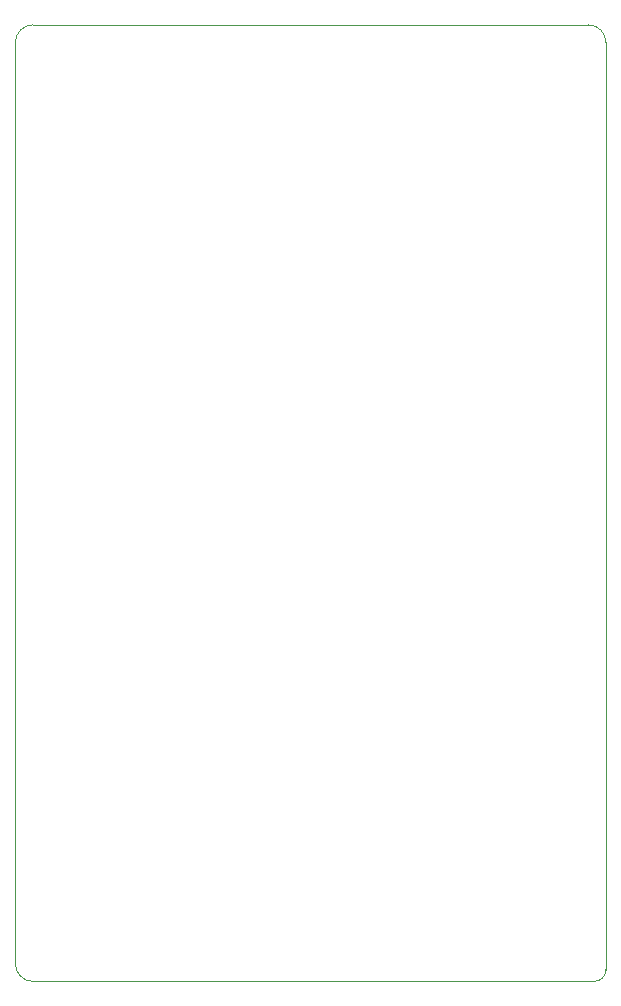
<source format=gbr>
%TF.GenerationSoftware,KiCad,Pcbnew,7.0.10-7.0.10~ubuntu22.04.1*%
%TF.CreationDate,2024-04-30T07:38:50+03:00*%
%TF.ProjectId,imu-mouse,696d752d-6d6f-4757-9365-2e6b69636164,v1*%
%TF.SameCoordinates,Original*%
%TF.FileFunction,Profile,NP*%
%FSLAX46Y46*%
G04 Gerber Fmt 4.6, Leading zero omitted, Abs format (unit mm)*
G04 Created by KiCad (PCBNEW 7.0.10-7.0.10~ubuntu22.04.1) date 2024-04-30 07:38:50*
%MOMM*%
%LPD*%
G01*
G04 APERTURE LIST*
%TA.AperFunction,Profile*%
%ADD10C,0.100000*%
%TD*%
G04 APERTURE END LIST*
D10*
X118500000Y-203500000D02*
G75*
G03*
X119500000Y-202500000I0J1000000D01*
G01*
X119500000Y-124000000D02*
G75*
G03*
X118000000Y-122500000I-1500000J0D01*
G01*
X69500000Y-202000000D02*
X69500000Y-124000000D01*
X69500000Y-202000000D02*
G75*
G03*
X71000000Y-203500000I1500000J0D01*
G01*
X71000000Y-122500000D02*
X118000000Y-122500000D01*
X119500000Y-202500000D02*
X119500000Y-124000000D01*
X71000000Y-203500000D02*
X118500000Y-203500000D01*
X71000000Y-122500000D02*
G75*
G03*
X69500000Y-124000000I0J-1500000D01*
G01*
M02*

</source>
